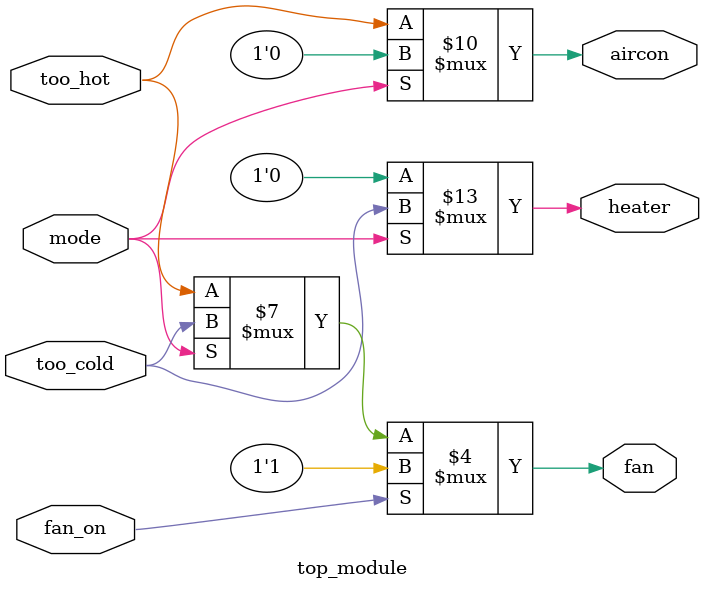
<source format=sv>
module top_module(
    input mode,
    input too_cold, 
    input too_hot,
    input fan_on,
    output reg heater,
    output reg aircon,
    output reg fan
);

always @(*) begin
    if (mode == 1) begin // Heating mode
        heater = too_cold;
        aircon = 0;
        fan = heater; // Turn on fan when heater is on
    end
    else begin // Cooling mode
        heater = 0;
        aircon = too_hot;
        fan = aircon; // Turn on fan when AC is on
    end

    // Turn on fan if user requests it, even if heater and AC are off
    if (fan_on) begin
        fan = 1;
    end
end

endmodule

</source>
